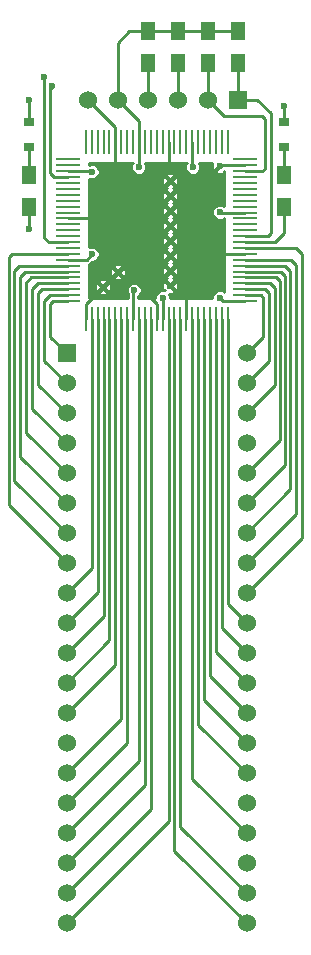
<source format=gbr>
G04 #@! TF.FileFunction,Copper,L1,Top,Signal*
%FSLAX46Y46*%
G04 Gerber Fmt 4.6, Leading zero omitted, Abs format (unit mm)*
G04 Created by KiCad (PCBNEW 4.0.7) date 03/16/20 13:41:23*
%MOMM*%
%LPD*%
G01*
G04 APERTURE LIST*
%ADD10C,0.100000*%
%ADD11R,0.900000X0.800000*%
%ADD12C,1.524000*%
%ADD13R,1.524000X1.524000*%
%ADD14R,1.300000X1.500000*%
%ADD15C,0.600000*%
%ADD16R,2.032000X0.203200*%
%ADD17R,0.203200X2.032000*%
%ADD18C,0.250000*%
%ADD19C,0.254000*%
G04 APERTURE END LIST*
D10*
D11*
X113157000Y-62196000D03*
X113157000Y-64296000D03*
X134747000Y-62196000D03*
X134747000Y-64296000D03*
D12*
X116332000Y-127508000D03*
X116332000Y-130048000D03*
X131572000Y-130048000D03*
X131572000Y-127508000D03*
X131572000Y-112268000D03*
X131572000Y-114808000D03*
X131572000Y-117348000D03*
X131572000Y-119888000D03*
X131572000Y-122428000D03*
X131572000Y-124968000D03*
X116332000Y-124968000D03*
X116332000Y-122428000D03*
X116332000Y-119888000D03*
X116332000Y-117348000D03*
X116332000Y-114808000D03*
X116332000Y-112268000D03*
D13*
X116332000Y-81788000D03*
D12*
X116332000Y-84328000D03*
X116332000Y-86868000D03*
X116332000Y-89408000D03*
X116332000Y-91948000D03*
X116332000Y-94488000D03*
X116332000Y-97028000D03*
X116332000Y-99568000D03*
X116332000Y-102108000D03*
X116332000Y-104648000D03*
X116332000Y-107188000D03*
X116332000Y-109728000D03*
X131572000Y-109728000D03*
X131572000Y-107188000D03*
X131572000Y-104648000D03*
X131572000Y-102108000D03*
X131572000Y-99568000D03*
X131572000Y-97028000D03*
X131572000Y-94488000D03*
X131572000Y-91948000D03*
X131572000Y-89408000D03*
X131572000Y-86868000D03*
X131572000Y-84328000D03*
X131572000Y-81788000D03*
X123190000Y-60325000D03*
X125730000Y-60325000D03*
D13*
X130810000Y-60325000D03*
D12*
X128270000Y-60325000D03*
X120650000Y-60325000D03*
X118110000Y-60325000D03*
D14*
X130810000Y-54530000D03*
X130810000Y-57230000D03*
X128270000Y-54530000D03*
X128270000Y-57230000D03*
X125730000Y-54530000D03*
X125730000Y-57230000D03*
X123190000Y-54530000D03*
X123190000Y-57230000D03*
X113157000Y-69422000D03*
X113157000Y-66722000D03*
X134747000Y-69422000D03*
X134747000Y-66722000D03*
D15*
X120650000Y-74930000D03*
X119380000Y-76200000D03*
X125095000Y-76073000D03*
X125095000Y-74803000D03*
X125095000Y-73533000D03*
X125095000Y-72263000D03*
X125095000Y-70993000D03*
X125095000Y-69723000D03*
X125095000Y-68453000D03*
X125095000Y-67183000D03*
X127000000Y-66040000D03*
X122047000Y-76454000D03*
X124460000Y-77089000D03*
X114427000Y-58420000D03*
X113157000Y-71247000D03*
X118491000Y-73406000D03*
X118491000Y-66421000D03*
X115062000Y-59182000D03*
X122428000Y-66040000D03*
X129286000Y-69850000D03*
X129286000Y-77089000D03*
X113157000Y-60325000D03*
X129286000Y-65913000D03*
X134747000Y-60833000D03*
D16*
X116452000Y-77374000D03*
X116452000Y-76874000D03*
X116452000Y-75874000D03*
X116452000Y-76374000D03*
X116452000Y-74374000D03*
X116452000Y-73874000D03*
X116452000Y-74874000D03*
X116452000Y-75374000D03*
X116452000Y-71874000D03*
X116452000Y-69874000D03*
X116452000Y-69374000D03*
X116452000Y-70374000D03*
X116452000Y-72374000D03*
X116452000Y-71374000D03*
X116452000Y-72874000D03*
X116452000Y-73374000D03*
X116452000Y-65374000D03*
X116452000Y-67374000D03*
X116452000Y-66874000D03*
X116452000Y-65874000D03*
X116452000Y-66374000D03*
X116452000Y-67874000D03*
X116452000Y-70874000D03*
X116452000Y-68374000D03*
X116452000Y-68874000D03*
X131452000Y-68874000D03*
X131452000Y-68374000D03*
X131452000Y-70874000D03*
X131452000Y-67874000D03*
X131452000Y-66374000D03*
X131452000Y-65874000D03*
X131452000Y-66874000D03*
X131452000Y-67374000D03*
X131452000Y-65374000D03*
X131452000Y-73374000D03*
X131452000Y-72874000D03*
X131452000Y-71374000D03*
X131452000Y-72374000D03*
X131452000Y-70374000D03*
X131452000Y-69374000D03*
X131452000Y-69874000D03*
X131452000Y-71874000D03*
X131452000Y-75374000D03*
X131452000Y-74874000D03*
X131452000Y-73874000D03*
X131452000Y-74374000D03*
X131452000Y-76374000D03*
X131452000Y-75874000D03*
X131452000Y-76874000D03*
X131452000Y-77374000D03*
D17*
X117952000Y-78874000D03*
X118452000Y-78874000D03*
X119452000Y-78874000D03*
X118952000Y-78874000D03*
X120952000Y-78874000D03*
X121452000Y-78874000D03*
X120452000Y-78874000D03*
X119952000Y-78874000D03*
X123952000Y-78874000D03*
X124452000Y-78874000D03*
X125452000Y-78874000D03*
X124952000Y-78874000D03*
X122952000Y-78874000D03*
X123452000Y-78874000D03*
X122452000Y-78874000D03*
X121952000Y-78874000D03*
X129952000Y-78874000D03*
X127952000Y-78874000D03*
X128452000Y-78874000D03*
X129452000Y-78874000D03*
X128952000Y-78874000D03*
X126952000Y-78874000D03*
X127452000Y-78874000D03*
X126452000Y-78874000D03*
X125952000Y-78874000D03*
X125952000Y-63874000D03*
X126452000Y-63874000D03*
X127452000Y-63874000D03*
X126952000Y-63874000D03*
X128952000Y-63874000D03*
X129452000Y-63874000D03*
X128452000Y-63874000D03*
X127952000Y-63874000D03*
X129952000Y-63874000D03*
X121952000Y-63874000D03*
X122452000Y-63874000D03*
X123452000Y-63874000D03*
X122952000Y-63874000D03*
X124952000Y-63874000D03*
X125452000Y-63874000D03*
X124452000Y-63874000D03*
X123952000Y-63874000D03*
X119952000Y-63874000D03*
X120452000Y-63874000D03*
X121452000Y-63874000D03*
X120952000Y-63874000D03*
X118952000Y-63874000D03*
X119452000Y-63874000D03*
X118452000Y-63874000D03*
X117952000Y-63874000D03*
D18*
X120650000Y-60325000D02*
X120650000Y-55499000D01*
X121619000Y-54530000D02*
X123190000Y-54530000D01*
X120650000Y-55499000D02*
X121619000Y-54530000D01*
X125730000Y-54530000D02*
X123190000Y-54530000D01*
X125730000Y-54530000D02*
X128270000Y-54530000D01*
X128270000Y-54530000D02*
X130810000Y-54530000D01*
X129571000Y-77374000D02*
X129286000Y-77089000D01*
X131452000Y-69874000D02*
X129310000Y-69874000D01*
X129310000Y-69874000D02*
X129286000Y-69850000D01*
X122452000Y-63874000D02*
X122452000Y-66016000D01*
X122452000Y-66016000D02*
X122428000Y-66040000D01*
X122452000Y-63874000D02*
X122452000Y-62127000D01*
X122452000Y-62127000D02*
X120650000Y-60325000D01*
X118444000Y-66374000D02*
X118491000Y-66421000D01*
X118023000Y-73874000D02*
X118491000Y-73406000D01*
X113157000Y-69422000D02*
X113157000Y-71247000D01*
X124452000Y-78874000D02*
X124452000Y-77097000D01*
X124452000Y-77097000D02*
X124460000Y-77089000D01*
X121952000Y-78874000D02*
X121952000Y-76549000D01*
X121952000Y-76549000D02*
X122047000Y-76454000D01*
X126952000Y-63874000D02*
X126952000Y-65992000D01*
X126952000Y-65992000D02*
X127000000Y-66040000D01*
X116452000Y-73874000D02*
X118023000Y-73874000D01*
X131452000Y-77374000D02*
X129571000Y-77374000D01*
X116452000Y-66374000D02*
X118444000Y-66374000D01*
X124952000Y-63874000D02*
X124952000Y-65770000D01*
X124952000Y-65770000D02*
X124968000Y-65786000D01*
X123952000Y-78874000D02*
X123952000Y-77597000D01*
X123952000Y-77597000D02*
X123317000Y-76962000D01*
X117952000Y-78874000D02*
X117952000Y-77628000D01*
X117952000Y-77628000D02*
X118745000Y-76835000D01*
X126452000Y-78874000D02*
X126452000Y-76922000D01*
X126452000Y-76922000D02*
X126365000Y-76835000D01*
X134747000Y-62196000D02*
X134747000Y-60833000D01*
X131452000Y-65874000D02*
X129325000Y-65874000D01*
X129325000Y-65874000D02*
X129286000Y-65913000D01*
X113157000Y-62196000D02*
X113157000Y-60325000D01*
X120452000Y-63874000D02*
X120452000Y-62667000D01*
X120452000Y-62667000D02*
X118110000Y-60325000D01*
X120452000Y-63874000D02*
X120452000Y-65842000D01*
X120452000Y-65842000D02*
X120650000Y-66040000D01*
X131452000Y-73374000D02*
X129254000Y-73374000D01*
X129254000Y-73374000D02*
X128905000Y-73025000D01*
X116452000Y-70374000D02*
X118634000Y-70374000D01*
X118634000Y-70374000D02*
X118745000Y-70485000D01*
X113157000Y-66722000D02*
X113157000Y-64296000D01*
X134747000Y-64296000D02*
X134747000Y-66722000D01*
X119452000Y-78874000D02*
X119452000Y-104068000D01*
X119452000Y-104068000D02*
X116332000Y-107188000D01*
X120952000Y-78874000D02*
X120952000Y-112728000D01*
X120952000Y-112728000D02*
X116332000Y-117348000D01*
X120452000Y-78874000D02*
X120452000Y-108148000D01*
X120452000Y-108148000D02*
X116332000Y-112268000D01*
X119952000Y-78874000D02*
X119952000Y-106108000D01*
X119952000Y-106108000D02*
X116332000Y-109728000D01*
X121452000Y-78874000D02*
X121452000Y-114768000D01*
X121452000Y-114768000D02*
X116332000Y-119888000D01*
X122452000Y-78874000D02*
X122452000Y-116308000D01*
X122452000Y-116308000D02*
X116332000Y-122428000D01*
X122952000Y-78874000D02*
X122952000Y-118348000D01*
X122952000Y-118348000D02*
X116332000Y-124968000D01*
X123452000Y-78874000D02*
X123452000Y-120388000D01*
X123452000Y-120388000D02*
X116332000Y-127508000D01*
X124952000Y-78874000D02*
X124952000Y-121428000D01*
X124952000Y-121428000D02*
X116332000Y-130048000D01*
X118952000Y-78874000D02*
X118952000Y-102028000D01*
X118952000Y-102028000D02*
X116332000Y-104648000D01*
X118452000Y-78874000D02*
X118452000Y-99988000D01*
X118452000Y-99988000D02*
X116332000Y-102108000D01*
X111436998Y-94672998D02*
X116332000Y-99568000D01*
X111436998Y-73602002D02*
X111436998Y-94672998D01*
X111665000Y-73374000D02*
X111436998Y-73602002D01*
X116452000Y-73374000D02*
X111665000Y-73374000D01*
X116452000Y-74374000D02*
X112316000Y-74374000D01*
X112316000Y-74374000D02*
X111887000Y-74803000D01*
X111887000Y-74803000D02*
X111887000Y-92583000D01*
X111887000Y-92583000D02*
X116332000Y-97028000D01*
X116452000Y-74874000D02*
X112832000Y-74874000D01*
X112832000Y-74874000D02*
X112395000Y-75311000D01*
X112395000Y-75311000D02*
X112395000Y-90551000D01*
X112395000Y-90551000D02*
X116332000Y-94488000D01*
X114427000Y-82423000D02*
X116332000Y-84328000D01*
X114427000Y-77343000D02*
X114427000Y-82423000D01*
X114896000Y-76874000D02*
X114427000Y-77343000D01*
X116452000Y-76874000D02*
X114896000Y-76874000D01*
X113919000Y-84455000D02*
X116332000Y-86868000D01*
X113919000Y-76708000D02*
X113919000Y-84455000D01*
X114253000Y-76374000D02*
X113919000Y-76708000D01*
X116452000Y-76374000D02*
X114253000Y-76374000D01*
X113411000Y-86487000D02*
X116332000Y-89408000D01*
X113411000Y-76327000D02*
X113411000Y-86487000D01*
X113864000Y-75874000D02*
X113411000Y-76327000D01*
X116452000Y-75874000D02*
X113864000Y-75874000D01*
X116452000Y-75374000D02*
X113348000Y-75374000D01*
X113348000Y-75374000D02*
X112903000Y-75819000D01*
X112903000Y-75819000D02*
X112903000Y-88519000D01*
X112903000Y-88519000D02*
X116332000Y-91948000D01*
X116452000Y-77374000D02*
X115158000Y-77374000D01*
X115158000Y-77374000D02*
X114935000Y-77597000D01*
X114935000Y-77597000D02*
X114935000Y-80391000D01*
X114935000Y-80391000D02*
X116332000Y-81788000D01*
X129452000Y-78874000D02*
X129452000Y-105068000D01*
X129452000Y-105068000D02*
X131572000Y-107188000D01*
X127452000Y-78874000D02*
X127452000Y-113228000D01*
X127452000Y-113228000D02*
X131572000Y-117348000D01*
X127952000Y-78874000D02*
X127952000Y-111188000D01*
X127952000Y-111188000D02*
X131572000Y-114808000D01*
X128452000Y-78874000D02*
X128452000Y-109148000D01*
X128452000Y-109148000D02*
X131572000Y-112268000D01*
X128952000Y-78874000D02*
X128952000Y-107108000D01*
X128952000Y-107108000D02*
X131572000Y-109728000D01*
X126952000Y-78874000D02*
X126952000Y-117808000D01*
X126952000Y-117808000D02*
X131572000Y-122428000D01*
X125952000Y-78874000D02*
X125952000Y-121888000D01*
X125952000Y-121888000D02*
X131572000Y-127508000D01*
X125452000Y-78874000D02*
X125452000Y-123928000D01*
X125452000Y-123928000D02*
X131572000Y-130048000D01*
X129952000Y-78874000D02*
X129952000Y-103028000D01*
X129952000Y-103028000D02*
X131572000Y-104648000D01*
X136271000Y-97409000D02*
X131572000Y-102108000D01*
X136271000Y-73406000D02*
X136271000Y-97409000D01*
X135739000Y-72874000D02*
X136271000Y-73406000D01*
X131452000Y-72874000D02*
X135739000Y-72874000D01*
X131452000Y-73874000D02*
X135342000Y-73874000D01*
X135342000Y-73874000D02*
X135763000Y-74295000D01*
X135763000Y-74295000D02*
X135763000Y-95377000D01*
X135763000Y-95377000D02*
X131572000Y-99568000D01*
X131452000Y-74374000D02*
X134826000Y-74374000D01*
X134826000Y-74374000D02*
X135277008Y-74825008D01*
X135277008Y-74825008D02*
X135277008Y-93322992D01*
X135277008Y-93322992D02*
X131572000Y-97028000D01*
X131452000Y-74874000D02*
X134437000Y-74874000D01*
X134437000Y-74874000D02*
X134827006Y-75264006D01*
X134827006Y-75264006D02*
X134827006Y-91232994D01*
X134827006Y-91232994D02*
X131572000Y-94488000D01*
X133477000Y-82423000D02*
X131572000Y-84328000D01*
X133477000Y-76708000D02*
X133477000Y-82423000D01*
X133143000Y-76374000D02*
X133477000Y-76708000D01*
X131452000Y-76374000D02*
X133143000Y-76374000D01*
X133927002Y-84512998D02*
X131572000Y-86868000D01*
X133927002Y-76269002D02*
X133927002Y-84512998D01*
X133532000Y-75874000D02*
X133927002Y-76269002D01*
X131452000Y-75874000D02*
X133532000Y-75874000D01*
X131452000Y-75374000D02*
X134048000Y-75374000D01*
X134048000Y-75374000D02*
X134377004Y-75703004D01*
X134377004Y-75703004D02*
X134377004Y-89142996D01*
X134377004Y-89142996D02*
X131572000Y-91948000D01*
X131452000Y-76874000D02*
X132754000Y-76874000D01*
X132754000Y-76874000D02*
X132969000Y-77089000D01*
X132969000Y-77089000D02*
X132969000Y-80391000D01*
X132969000Y-80391000D02*
X131572000Y-81788000D01*
X115261000Y-66874000D02*
X116452000Y-66874000D01*
X114877002Y-66490002D02*
X115261000Y-66874000D01*
X114877002Y-59436000D02*
X114877002Y-66490002D01*
X123190000Y-57230000D02*
X123190000Y-60325000D01*
X115062000Y-59182000D02*
X115062000Y-59251002D01*
X115062000Y-59251002D02*
X114877002Y-59436000D01*
X125730000Y-60325000D02*
X125730000Y-57230000D01*
X114427000Y-58420000D02*
X114427000Y-72009000D01*
X114427000Y-72009000D02*
X114792000Y-72374000D01*
X114792000Y-72374000D02*
X116452000Y-72374000D01*
X130810000Y-57230000D02*
X130810000Y-60325000D01*
X130810000Y-60325000D02*
X132461000Y-60325000D01*
X132461000Y-60325000D02*
X133604000Y-61468000D01*
X133604000Y-61468000D02*
X133604000Y-71628000D01*
X133358000Y-71874000D02*
X131452000Y-71874000D01*
X133604000Y-71628000D02*
X133358000Y-71874000D01*
X132889000Y-66374000D02*
X131452000Y-66374000D01*
X133096000Y-66167000D02*
X132889000Y-66374000D01*
X133096000Y-61976000D02*
X133096000Y-66167000D01*
X132842000Y-61722000D02*
X133096000Y-61976000D01*
X129667000Y-61722000D02*
X132842000Y-61722000D01*
X128270000Y-57230000D02*
X128270000Y-60325000D01*
X128270000Y-60325000D02*
X129667000Y-61722000D01*
X131452000Y-72374000D02*
X134001000Y-72374000D01*
X134001000Y-72374000D02*
X134747000Y-71628000D01*
X134747000Y-71628000D02*
X134747000Y-69422000D01*
D19*
G36*
X121896765Y-65684369D02*
X121801109Y-65914735D01*
X121800891Y-66164171D01*
X121896145Y-66394703D01*
X122072369Y-66571235D01*
X122302735Y-66666891D01*
X122552171Y-66667109D01*
X122782703Y-66571855D01*
X122959235Y-66395631D01*
X123054891Y-66165265D01*
X123055109Y-65915829D01*
X122959855Y-65685297D01*
X122933604Y-65659000D01*
X126494178Y-65659000D01*
X126468765Y-65684369D01*
X126373109Y-65914735D01*
X126372891Y-66164171D01*
X126468145Y-66394703D01*
X126644369Y-66571235D01*
X126874735Y-66666891D01*
X127124171Y-66667109D01*
X127354703Y-66571855D01*
X127531235Y-66395631D01*
X127626891Y-66165265D01*
X127627109Y-65915829D01*
X127531855Y-65685297D01*
X127505604Y-65659000D01*
X128653509Y-65659000D01*
X128598848Y-65813334D01*
X128613014Y-66083882D01*
X128689295Y-66268041D01*
X128819863Y-66289334D01*
X129196197Y-65913000D01*
X129182055Y-65898858D01*
X129271858Y-65809055D01*
X129286000Y-65823197D01*
X129300142Y-65809055D01*
X129389945Y-65898858D01*
X129375803Y-65913000D01*
X129389945Y-65927142D01*
X129300142Y-66016945D01*
X129286000Y-66002803D01*
X128909666Y-66379137D01*
X128930959Y-66509705D01*
X129186334Y-66600152D01*
X129456882Y-66585986D01*
X129641041Y-66509705D01*
X129662334Y-66379139D01*
X129667000Y-66383805D01*
X129667000Y-69344178D01*
X129641631Y-69318765D01*
X129411265Y-69223109D01*
X129161829Y-69222891D01*
X128931297Y-69318145D01*
X128754765Y-69494369D01*
X128659109Y-69724735D01*
X128658891Y-69974171D01*
X128754145Y-70204703D01*
X128930369Y-70381235D01*
X129160735Y-70476891D01*
X129410171Y-70477109D01*
X129640703Y-70381855D01*
X129667000Y-70355604D01*
X129667000Y-76583178D01*
X129641631Y-76557765D01*
X129411265Y-76462109D01*
X129161829Y-76461891D01*
X128931297Y-76557145D01*
X128754765Y-76733369D01*
X128659109Y-76963735D01*
X128659000Y-77089000D01*
X125087000Y-77089000D01*
X125087109Y-76964829D01*
X125002386Y-76759783D01*
X125265882Y-76745986D01*
X125450041Y-76669705D01*
X125471334Y-76539137D01*
X125095000Y-76162803D01*
X125080858Y-76176945D01*
X124991055Y-76087142D01*
X125005197Y-76073000D01*
X125184803Y-76073000D01*
X125561137Y-76449334D01*
X125691705Y-76428041D01*
X125782152Y-76172666D01*
X125767986Y-75902118D01*
X125691705Y-75717959D01*
X125561137Y-75696666D01*
X125184803Y-76073000D01*
X125005197Y-76073000D01*
X124628863Y-75696666D01*
X124498295Y-75717959D01*
X124407848Y-75973334D01*
X124422014Y-76243882D01*
X124498295Y-76428041D01*
X124628861Y-76449334D01*
X124607043Y-76471152D01*
X124585265Y-76462109D01*
X124335829Y-76461891D01*
X124105297Y-76557145D01*
X123928765Y-76733369D01*
X123833109Y-76963735D01*
X123833000Y-77089000D01*
X122404000Y-77089000D01*
X122404000Y-76983562D01*
X122578235Y-76809631D01*
X122673891Y-76579265D01*
X122674109Y-76329829D01*
X122578855Y-76099297D01*
X122402631Y-75922765D01*
X122172265Y-75827109D01*
X121922829Y-75826891D01*
X121692297Y-75922145D01*
X121515765Y-76098369D01*
X121420109Y-76328735D01*
X121419891Y-76578171D01*
X121500000Y-76772049D01*
X121500000Y-77089000D01*
X118237000Y-77089000D01*
X118237000Y-76666137D01*
X119003666Y-76666137D01*
X119024959Y-76796705D01*
X119280334Y-76887152D01*
X119550882Y-76872986D01*
X119735041Y-76796705D01*
X119756334Y-76666137D01*
X119380000Y-76289803D01*
X119003666Y-76666137D01*
X118237000Y-76666137D01*
X118237000Y-76100334D01*
X118692848Y-76100334D01*
X118707014Y-76370882D01*
X118783295Y-76555041D01*
X118913863Y-76576334D01*
X119290197Y-76200000D01*
X119469803Y-76200000D01*
X119846137Y-76576334D01*
X119976705Y-76555041D01*
X120067152Y-76299666D01*
X120052986Y-76029118D01*
X119976705Y-75844959D01*
X119846137Y-75823666D01*
X119469803Y-76200000D01*
X119290197Y-76200000D01*
X118913863Y-75823666D01*
X118783295Y-75844959D01*
X118692848Y-76100334D01*
X118237000Y-76100334D01*
X118237000Y-75733863D01*
X119003666Y-75733863D01*
X119380000Y-76110197D01*
X119756334Y-75733863D01*
X119735041Y-75603295D01*
X119479666Y-75512848D01*
X119209118Y-75527014D01*
X119024959Y-75603295D01*
X119003666Y-75733863D01*
X118237000Y-75733863D01*
X118237000Y-75396137D01*
X120273666Y-75396137D01*
X120294959Y-75526705D01*
X120550334Y-75617152D01*
X120820882Y-75602986D01*
X121005041Y-75526705D01*
X121026334Y-75396137D01*
X120650000Y-75019803D01*
X120273666Y-75396137D01*
X118237000Y-75396137D01*
X118237000Y-74830334D01*
X119962848Y-74830334D01*
X119977014Y-75100882D01*
X120053295Y-75285041D01*
X120183863Y-75306334D01*
X120560197Y-74930000D01*
X120739803Y-74930000D01*
X121116137Y-75306334D01*
X121246705Y-75285041D01*
X121252337Y-75269137D01*
X124718666Y-75269137D01*
X124739959Y-75399705D01*
X124839635Y-75435008D01*
X124739959Y-75476295D01*
X124718666Y-75606863D01*
X125095000Y-75983197D01*
X125471334Y-75606863D01*
X125450041Y-75476295D01*
X125350365Y-75440992D01*
X125450041Y-75399705D01*
X125471334Y-75269137D01*
X125095000Y-74892803D01*
X124718666Y-75269137D01*
X121252337Y-75269137D01*
X121337152Y-75029666D01*
X121322986Y-74759118D01*
X121299880Y-74703334D01*
X124407848Y-74703334D01*
X124422014Y-74973882D01*
X124498295Y-75158041D01*
X124628863Y-75179334D01*
X125005197Y-74803000D01*
X125184803Y-74803000D01*
X125561137Y-75179334D01*
X125691705Y-75158041D01*
X125782152Y-74902666D01*
X125767986Y-74632118D01*
X125691705Y-74447959D01*
X125561137Y-74426666D01*
X125184803Y-74803000D01*
X125005197Y-74803000D01*
X124628863Y-74426666D01*
X124498295Y-74447959D01*
X124407848Y-74703334D01*
X121299880Y-74703334D01*
X121246705Y-74574959D01*
X121116137Y-74553666D01*
X120739803Y-74930000D01*
X120560197Y-74930000D01*
X120183863Y-74553666D01*
X120053295Y-74574959D01*
X119962848Y-74830334D01*
X118237000Y-74830334D01*
X118237000Y-74463863D01*
X120273666Y-74463863D01*
X120650000Y-74840197D01*
X121026334Y-74463863D01*
X121005041Y-74333295D01*
X120749666Y-74242848D01*
X120479118Y-74257014D01*
X120294959Y-74333295D01*
X120273666Y-74463863D01*
X118237000Y-74463863D01*
X118237000Y-74264180D01*
X118342612Y-74193612D01*
X118503213Y-74033011D01*
X118615171Y-74033109D01*
X118697389Y-73999137D01*
X124718666Y-73999137D01*
X124739959Y-74129705D01*
X124839635Y-74165008D01*
X124739959Y-74206295D01*
X124718666Y-74336863D01*
X125095000Y-74713197D01*
X125471334Y-74336863D01*
X125450041Y-74206295D01*
X125350365Y-74170992D01*
X125450041Y-74129705D01*
X125471334Y-73999137D01*
X125095000Y-73622803D01*
X124718666Y-73999137D01*
X118697389Y-73999137D01*
X118845703Y-73937855D01*
X119022235Y-73761631D01*
X119117891Y-73531265D01*
X119117976Y-73433334D01*
X124407848Y-73433334D01*
X124422014Y-73703882D01*
X124498295Y-73888041D01*
X124628863Y-73909334D01*
X125005197Y-73533000D01*
X125184803Y-73533000D01*
X125561137Y-73909334D01*
X125691705Y-73888041D01*
X125782152Y-73632666D01*
X125767986Y-73362118D01*
X125691705Y-73177959D01*
X125561137Y-73156666D01*
X125184803Y-73533000D01*
X125005197Y-73533000D01*
X124628863Y-73156666D01*
X124498295Y-73177959D01*
X124407848Y-73433334D01*
X119117976Y-73433334D01*
X119118109Y-73281829D01*
X119022855Y-73051297D01*
X118846631Y-72874765D01*
X118616265Y-72779109D01*
X118366829Y-72778891D01*
X118237000Y-72832535D01*
X118237000Y-72729137D01*
X124718666Y-72729137D01*
X124739959Y-72859705D01*
X124839635Y-72895008D01*
X124739959Y-72936295D01*
X124718666Y-73066863D01*
X125095000Y-73443197D01*
X125471334Y-73066863D01*
X125450041Y-72936295D01*
X125350365Y-72900992D01*
X125450041Y-72859705D01*
X125471334Y-72729137D01*
X125095000Y-72352803D01*
X124718666Y-72729137D01*
X118237000Y-72729137D01*
X118237000Y-72163334D01*
X124407848Y-72163334D01*
X124422014Y-72433882D01*
X124498295Y-72618041D01*
X124628863Y-72639334D01*
X125005197Y-72263000D01*
X125184803Y-72263000D01*
X125561137Y-72639334D01*
X125691705Y-72618041D01*
X125782152Y-72362666D01*
X125767986Y-72092118D01*
X125691705Y-71907959D01*
X125561137Y-71886666D01*
X125184803Y-72263000D01*
X125005197Y-72263000D01*
X124628863Y-71886666D01*
X124498295Y-71907959D01*
X124407848Y-72163334D01*
X118237000Y-72163334D01*
X118237000Y-71459137D01*
X124718666Y-71459137D01*
X124739959Y-71589705D01*
X124839635Y-71625008D01*
X124739959Y-71666295D01*
X124718666Y-71796863D01*
X125095000Y-72173197D01*
X125471334Y-71796863D01*
X125450041Y-71666295D01*
X125350365Y-71630992D01*
X125450041Y-71589705D01*
X125471334Y-71459137D01*
X125095000Y-71082803D01*
X124718666Y-71459137D01*
X118237000Y-71459137D01*
X118237000Y-70893334D01*
X124407848Y-70893334D01*
X124422014Y-71163882D01*
X124498295Y-71348041D01*
X124628863Y-71369334D01*
X125005197Y-70993000D01*
X125184803Y-70993000D01*
X125561137Y-71369334D01*
X125691705Y-71348041D01*
X125782152Y-71092666D01*
X125767986Y-70822118D01*
X125691705Y-70637959D01*
X125561137Y-70616666D01*
X125184803Y-70993000D01*
X125005197Y-70993000D01*
X124628863Y-70616666D01*
X124498295Y-70637959D01*
X124407848Y-70893334D01*
X118237000Y-70893334D01*
X118237000Y-70189137D01*
X124718666Y-70189137D01*
X124739959Y-70319705D01*
X124839635Y-70355008D01*
X124739959Y-70396295D01*
X124718666Y-70526863D01*
X125095000Y-70903197D01*
X125471334Y-70526863D01*
X125450041Y-70396295D01*
X125350365Y-70360992D01*
X125450041Y-70319705D01*
X125471334Y-70189137D01*
X125095000Y-69812803D01*
X124718666Y-70189137D01*
X118237000Y-70189137D01*
X118237000Y-69623334D01*
X124407848Y-69623334D01*
X124422014Y-69893882D01*
X124498295Y-70078041D01*
X124628863Y-70099334D01*
X125005197Y-69723000D01*
X125184803Y-69723000D01*
X125561137Y-70099334D01*
X125691705Y-70078041D01*
X125782152Y-69822666D01*
X125767986Y-69552118D01*
X125691705Y-69367959D01*
X125561137Y-69346666D01*
X125184803Y-69723000D01*
X125005197Y-69723000D01*
X124628863Y-69346666D01*
X124498295Y-69367959D01*
X124407848Y-69623334D01*
X118237000Y-69623334D01*
X118237000Y-68919137D01*
X124718666Y-68919137D01*
X124739959Y-69049705D01*
X124839635Y-69085008D01*
X124739959Y-69126295D01*
X124718666Y-69256863D01*
X125095000Y-69633197D01*
X125471334Y-69256863D01*
X125450041Y-69126295D01*
X125350365Y-69090992D01*
X125450041Y-69049705D01*
X125471334Y-68919137D01*
X125095000Y-68542803D01*
X124718666Y-68919137D01*
X118237000Y-68919137D01*
X118237000Y-68353334D01*
X124407848Y-68353334D01*
X124422014Y-68623882D01*
X124498295Y-68808041D01*
X124628863Y-68829334D01*
X125005197Y-68453000D01*
X125184803Y-68453000D01*
X125561137Y-68829334D01*
X125691705Y-68808041D01*
X125782152Y-68552666D01*
X125767986Y-68282118D01*
X125691705Y-68097959D01*
X125561137Y-68076666D01*
X125184803Y-68453000D01*
X125005197Y-68453000D01*
X124628863Y-68076666D01*
X124498295Y-68097959D01*
X124407848Y-68353334D01*
X118237000Y-68353334D01*
X118237000Y-67649137D01*
X124718666Y-67649137D01*
X124739959Y-67779705D01*
X124839635Y-67815008D01*
X124739959Y-67856295D01*
X124718666Y-67986863D01*
X125095000Y-68363197D01*
X125471334Y-67986863D01*
X125450041Y-67856295D01*
X125350365Y-67820992D01*
X125450041Y-67779705D01*
X125471334Y-67649137D01*
X125095000Y-67272803D01*
X124718666Y-67649137D01*
X118237000Y-67649137D01*
X118237000Y-67083334D01*
X124407848Y-67083334D01*
X124422014Y-67353882D01*
X124498295Y-67538041D01*
X124628863Y-67559334D01*
X125005197Y-67183000D01*
X125184803Y-67183000D01*
X125561137Y-67559334D01*
X125691705Y-67538041D01*
X125782152Y-67282666D01*
X125767986Y-67012118D01*
X125691705Y-66827959D01*
X125561137Y-66806666D01*
X125184803Y-67183000D01*
X125005197Y-67183000D01*
X124628863Y-66806666D01*
X124498295Y-66827959D01*
X124407848Y-67083334D01*
X118237000Y-67083334D01*
X118237000Y-66994436D01*
X118365735Y-67047891D01*
X118615171Y-67048109D01*
X118845703Y-66952855D01*
X119022235Y-66776631D01*
X119047052Y-66716863D01*
X124718666Y-66716863D01*
X125095000Y-67093197D01*
X125471334Y-66716863D01*
X125450041Y-66586295D01*
X125194666Y-66495848D01*
X124924118Y-66510014D01*
X124739959Y-66586295D01*
X124718666Y-66716863D01*
X119047052Y-66716863D01*
X119117891Y-66546265D01*
X119118109Y-66296829D01*
X119022855Y-66066297D01*
X118846631Y-65889765D01*
X118616265Y-65794109D01*
X118366829Y-65793891D01*
X118237000Y-65847535D01*
X118237000Y-65659000D01*
X121922178Y-65659000D01*
X121896765Y-65684369D01*
X121896765Y-65684369D01*
G37*
X121896765Y-65684369D02*
X121801109Y-65914735D01*
X121800891Y-66164171D01*
X121896145Y-66394703D01*
X122072369Y-66571235D01*
X122302735Y-66666891D01*
X122552171Y-66667109D01*
X122782703Y-66571855D01*
X122959235Y-66395631D01*
X123054891Y-66165265D01*
X123055109Y-65915829D01*
X122959855Y-65685297D01*
X122933604Y-65659000D01*
X126494178Y-65659000D01*
X126468765Y-65684369D01*
X126373109Y-65914735D01*
X126372891Y-66164171D01*
X126468145Y-66394703D01*
X126644369Y-66571235D01*
X126874735Y-66666891D01*
X127124171Y-66667109D01*
X127354703Y-66571855D01*
X127531235Y-66395631D01*
X127626891Y-66165265D01*
X127627109Y-65915829D01*
X127531855Y-65685297D01*
X127505604Y-65659000D01*
X128653509Y-65659000D01*
X128598848Y-65813334D01*
X128613014Y-66083882D01*
X128689295Y-66268041D01*
X128819863Y-66289334D01*
X129196197Y-65913000D01*
X129182055Y-65898858D01*
X129271858Y-65809055D01*
X129286000Y-65823197D01*
X129300142Y-65809055D01*
X129389945Y-65898858D01*
X129375803Y-65913000D01*
X129389945Y-65927142D01*
X129300142Y-66016945D01*
X129286000Y-66002803D01*
X128909666Y-66379137D01*
X128930959Y-66509705D01*
X129186334Y-66600152D01*
X129456882Y-66585986D01*
X129641041Y-66509705D01*
X129662334Y-66379139D01*
X129667000Y-66383805D01*
X129667000Y-69344178D01*
X129641631Y-69318765D01*
X129411265Y-69223109D01*
X129161829Y-69222891D01*
X128931297Y-69318145D01*
X128754765Y-69494369D01*
X128659109Y-69724735D01*
X128658891Y-69974171D01*
X128754145Y-70204703D01*
X128930369Y-70381235D01*
X129160735Y-70476891D01*
X129410171Y-70477109D01*
X129640703Y-70381855D01*
X129667000Y-70355604D01*
X129667000Y-76583178D01*
X129641631Y-76557765D01*
X129411265Y-76462109D01*
X129161829Y-76461891D01*
X128931297Y-76557145D01*
X128754765Y-76733369D01*
X128659109Y-76963735D01*
X128659000Y-77089000D01*
X125087000Y-77089000D01*
X125087109Y-76964829D01*
X125002386Y-76759783D01*
X125265882Y-76745986D01*
X125450041Y-76669705D01*
X125471334Y-76539137D01*
X125095000Y-76162803D01*
X125080858Y-76176945D01*
X124991055Y-76087142D01*
X125005197Y-76073000D01*
X125184803Y-76073000D01*
X125561137Y-76449334D01*
X125691705Y-76428041D01*
X125782152Y-76172666D01*
X125767986Y-75902118D01*
X125691705Y-75717959D01*
X125561137Y-75696666D01*
X125184803Y-76073000D01*
X125005197Y-76073000D01*
X124628863Y-75696666D01*
X124498295Y-75717959D01*
X124407848Y-75973334D01*
X124422014Y-76243882D01*
X124498295Y-76428041D01*
X124628861Y-76449334D01*
X124607043Y-76471152D01*
X124585265Y-76462109D01*
X124335829Y-76461891D01*
X124105297Y-76557145D01*
X123928765Y-76733369D01*
X123833109Y-76963735D01*
X123833000Y-77089000D01*
X122404000Y-77089000D01*
X122404000Y-76983562D01*
X122578235Y-76809631D01*
X122673891Y-76579265D01*
X122674109Y-76329829D01*
X122578855Y-76099297D01*
X122402631Y-75922765D01*
X122172265Y-75827109D01*
X121922829Y-75826891D01*
X121692297Y-75922145D01*
X121515765Y-76098369D01*
X121420109Y-76328735D01*
X121419891Y-76578171D01*
X121500000Y-76772049D01*
X121500000Y-77089000D01*
X118237000Y-77089000D01*
X118237000Y-76666137D01*
X119003666Y-76666137D01*
X119024959Y-76796705D01*
X119280334Y-76887152D01*
X119550882Y-76872986D01*
X119735041Y-76796705D01*
X119756334Y-76666137D01*
X119380000Y-76289803D01*
X119003666Y-76666137D01*
X118237000Y-76666137D01*
X118237000Y-76100334D01*
X118692848Y-76100334D01*
X118707014Y-76370882D01*
X118783295Y-76555041D01*
X118913863Y-76576334D01*
X119290197Y-76200000D01*
X119469803Y-76200000D01*
X119846137Y-76576334D01*
X119976705Y-76555041D01*
X120067152Y-76299666D01*
X120052986Y-76029118D01*
X119976705Y-75844959D01*
X119846137Y-75823666D01*
X119469803Y-76200000D01*
X119290197Y-76200000D01*
X118913863Y-75823666D01*
X118783295Y-75844959D01*
X118692848Y-76100334D01*
X118237000Y-76100334D01*
X118237000Y-75733863D01*
X119003666Y-75733863D01*
X119380000Y-76110197D01*
X119756334Y-75733863D01*
X119735041Y-75603295D01*
X119479666Y-75512848D01*
X119209118Y-75527014D01*
X119024959Y-75603295D01*
X119003666Y-75733863D01*
X118237000Y-75733863D01*
X118237000Y-75396137D01*
X120273666Y-75396137D01*
X120294959Y-75526705D01*
X120550334Y-75617152D01*
X120820882Y-75602986D01*
X121005041Y-75526705D01*
X121026334Y-75396137D01*
X120650000Y-75019803D01*
X120273666Y-75396137D01*
X118237000Y-75396137D01*
X118237000Y-74830334D01*
X119962848Y-74830334D01*
X119977014Y-75100882D01*
X120053295Y-75285041D01*
X120183863Y-75306334D01*
X120560197Y-74930000D01*
X120739803Y-74930000D01*
X121116137Y-75306334D01*
X121246705Y-75285041D01*
X121252337Y-75269137D01*
X124718666Y-75269137D01*
X124739959Y-75399705D01*
X124839635Y-75435008D01*
X124739959Y-75476295D01*
X124718666Y-75606863D01*
X125095000Y-75983197D01*
X125471334Y-75606863D01*
X125450041Y-75476295D01*
X125350365Y-75440992D01*
X125450041Y-75399705D01*
X125471334Y-75269137D01*
X125095000Y-74892803D01*
X124718666Y-75269137D01*
X121252337Y-75269137D01*
X121337152Y-75029666D01*
X121322986Y-74759118D01*
X121299880Y-74703334D01*
X124407848Y-74703334D01*
X124422014Y-74973882D01*
X124498295Y-75158041D01*
X124628863Y-75179334D01*
X125005197Y-74803000D01*
X125184803Y-74803000D01*
X125561137Y-75179334D01*
X125691705Y-75158041D01*
X125782152Y-74902666D01*
X125767986Y-74632118D01*
X125691705Y-74447959D01*
X125561137Y-74426666D01*
X125184803Y-74803000D01*
X125005197Y-74803000D01*
X124628863Y-74426666D01*
X124498295Y-74447959D01*
X124407848Y-74703334D01*
X121299880Y-74703334D01*
X121246705Y-74574959D01*
X121116137Y-74553666D01*
X120739803Y-74930000D01*
X120560197Y-74930000D01*
X120183863Y-74553666D01*
X120053295Y-74574959D01*
X119962848Y-74830334D01*
X118237000Y-74830334D01*
X118237000Y-74463863D01*
X120273666Y-74463863D01*
X120650000Y-74840197D01*
X121026334Y-74463863D01*
X121005041Y-74333295D01*
X120749666Y-74242848D01*
X120479118Y-74257014D01*
X120294959Y-74333295D01*
X120273666Y-74463863D01*
X118237000Y-74463863D01*
X118237000Y-74264180D01*
X118342612Y-74193612D01*
X118503213Y-74033011D01*
X118615171Y-74033109D01*
X118697389Y-73999137D01*
X124718666Y-73999137D01*
X124739959Y-74129705D01*
X124839635Y-74165008D01*
X124739959Y-74206295D01*
X124718666Y-74336863D01*
X125095000Y-74713197D01*
X125471334Y-74336863D01*
X125450041Y-74206295D01*
X125350365Y-74170992D01*
X125450041Y-74129705D01*
X125471334Y-73999137D01*
X125095000Y-73622803D01*
X124718666Y-73999137D01*
X118697389Y-73999137D01*
X118845703Y-73937855D01*
X119022235Y-73761631D01*
X119117891Y-73531265D01*
X119117976Y-73433334D01*
X124407848Y-73433334D01*
X124422014Y-73703882D01*
X124498295Y-73888041D01*
X124628863Y-73909334D01*
X125005197Y-73533000D01*
X125184803Y-73533000D01*
X125561137Y-73909334D01*
X125691705Y-73888041D01*
X125782152Y-73632666D01*
X125767986Y-73362118D01*
X125691705Y-73177959D01*
X125561137Y-73156666D01*
X125184803Y-73533000D01*
X125005197Y-73533000D01*
X124628863Y-73156666D01*
X124498295Y-73177959D01*
X124407848Y-73433334D01*
X119117976Y-73433334D01*
X119118109Y-73281829D01*
X119022855Y-73051297D01*
X118846631Y-72874765D01*
X118616265Y-72779109D01*
X118366829Y-72778891D01*
X118237000Y-72832535D01*
X118237000Y-72729137D01*
X124718666Y-72729137D01*
X124739959Y-72859705D01*
X124839635Y-72895008D01*
X124739959Y-72936295D01*
X124718666Y-73066863D01*
X125095000Y-73443197D01*
X125471334Y-73066863D01*
X125450041Y-72936295D01*
X125350365Y-72900992D01*
X125450041Y-72859705D01*
X125471334Y-72729137D01*
X125095000Y-72352803D01*
X124718666Y-72729137D01*
X118237000Y-72729137D01*
X118237000Y-72163334D01*
X124407848Y-72163334D01*
X124422014Y-72433882D01*
X124498295Y-72618041D01*
X124628863Y-72639334D01*
X125005197Y-72263000D01*
X125184803Y-72263000D01*
X125561137Y-72639334D01*
X125691705Y-72618041D01*
X125782152Y-72362666D01*
X125767986Y-72092118D01*
X125691705Y-71907959D01*
X125561137Y-71886666D01*
X125184803Y-72263000D01*
X125005197Y-72263000D01*
X124628863Y-71886666D01*
X124498295Y-71907959D01*
X124407848Y-72163334D01*
X118237000Y-72163334D01*
X118237000Y-71459137D01*
X124718666Y-71459137D01*
X124739959Y-71589705D01*
X124839635Y-71625008D01*
X124739959Y-71666295D01*
X124718666Y-71796863D01*
X125095000Y-72173197D01*
X125471334Y-71796863D01*
X125450041Y-71666295D01*
X125350365Y-71630992D01*
X125450041Y-71589705D01*
X125471334Y-71459137D01*
X125095000Y-71082803D01*
X124718666Y-71459137D01*
X118237000Y-71459137D01*
X118237000Y-70893334D01*
X124407848Y-70893334D01*
X124422014Y-71163882D01*
X124498295Y-71348041D01*
X124628863Y-71369334D01*
X125005197Y-70993000D01*
X125184803Y-70993000D01*
X125561137Y-71369334D01*
X125691705Y-71348041D01*
X125782152Y-71092666D01*
X125767986Y-70822118D01*
X125691705Y-70637959D01*
X125561137Y-70616666D01*
X125184803Y-70993000D01*
X125005197Y-70993000D01*
X124628863Y-70616666D01*
X124498295Y-70637959D01*
X124407848Y-70893334D01*
X118237000Y-70893334D01*
X118237000Y-70189137D01*
X124718666Y-70189137D01*
X124739959Y-70319705D01*
X124839635Y-70355008D01*
X124739959Y-70396295D01*
X124718666Y-70526863D01*
X125095000Y-70903197D01*
X125471334Y-70526863D01*
X125450041Y-70396295D01*
X125350365Y-70360992D01*
X125450041Y-70319705D01*
X125471334Y-70189137D01*
X125095000Y-69812803D01*
X124718666Y-70189137D01*
X118237000Y-70189137D01*
X118237000Y-69623334D01*
X124407848Y-69623334D01*
X124422014Y-69893882D01*
X124498295Y-70078041D01*
X124628863Y-70099334D01*
X125005197Y-69723000D01*
X125184803Y-69723000D01*
X125561137Y-70099334D01*
X125691705Y-70078041D01*
X125782152Y-69822666D01*
X125767986Y-69552118D01*
X125691705Y-69367959D01*
X125561137Y-69346666D01*
X125184803Y-69723000D01*
X125005197Y-69723000D01*
X124628863Y-69346666D01*
X124498295Y-69367959D01*
X124407848Y-69623334D01*
X118237000Y-69623334D01*
X118237000Y-68919137D01*
X124718666Y-68919137D01*
X124739959Y-69049705D01*
X124839635Y-69085008D01*
X124739959Y-69126295D01*
X124718666Y-69256863D01*
X125095000Y-69633197D01*
X125471334Y-69256863D01*
X125450041Y-69126295D01*
X125350365Y-69090992D01*
X125450041Y-69049705D01*
X125471334Y-68919137D01*
X125095000Y-68542803D01*
X124718666Y-68919137D01*
X118237000Y-68919137D01*
X118237000Y-68353334D01*
X124407848Y-68353334D01*
X124422014Y-68623882D01*
X124498295Y-68808041D01*
X124628863Y-68829334D01*
X125005197Y-68453000D01*
X125184803Y-68453000D01*
X125561137Y-68829334D01*
X125691705Y-68808041D01*
X125782152Y-68552666D01*
X125767986Y-68282118D01*
X125691705Y-68097959D01*
X125561137Y-68076666D01*
X125184803Y-68453000D01*
X125005197Y-68453000D01*
X124628863Y-68076666D01*
X124498295Y-68097959D01*
X124407848Y-68353334D01*
X118237000Y-68353334D01*
X118237000Y-67649137D01*
X124718666Y-67649137D01*
X124739959Y-67779705D01*
X124839635Y-67815008D01*
X124739959Y-67856295D01*
X124718666Y-67986863D01*
X125095000Y-68363197D01*
X125471334Y-67986863D01*
X125450041Y-67856295D01*
X125350365Y-67820992D01*
X125450041Y-67779705D01*
X125471334Y-67649137D01*
X125095000Y-67272803D01*
X124718666Y-67649137D01*
X118237000Y-67649137D01*
X118237000Y-67083334D01*
X124407848Y-67083334D01*
X124422014Y-67353882D01*
X124498295Y-67538041D01*
X124628863Y-67559334D01*
X125005197Y-67183000D01*
X125184803Y-67183000D01*
X125561137Y-67559334D01*
X125691705Y-67538041D01*
X125782152Y-67282666D01*
X125767986Y-67012118D01*
X125691705Y-66827959D01*
X125561137Y-66806666D01*
X125184803Y-67183000D01*
X125005197Y-67183000D01*
X124628863Y-66806666D01*
X124498295Y-66827959D01*
X124407848Y-67083334D01*
X118237000Y-67083334D01*
X118237000Y-66994436D01*
X118365735Y-67047891D01*
X118615171Y-67048109D01*
X118845703Y-66952855D01*
X119022235Y-66776631D01*
X119047052Y-66716863D01*
X124718666Y-66716863D01*
X125095000Y-67093197D01*
X125471334Y-66716863D01*
X125450041Y-66586295D01*
X125194666Y-66495848D01*
X124924118Y-66510014D01*
X124739959Y-66586295D01*
X124718666Y-66716863D01*
X119047052Y-66716863D01*
X119117891Y-66546265D01*
X119118109Y-66296829D01*
X119022855Y-66066297D01*
X118846631Y-65889765D01*
X118616265Y-65794109D01*
X118366829Y-65793891D01*
X118237000Y-65847535D01*
X118237000Y-65659000D01*
X121922178Y-65659000D01*
X121896765Y-65684369D01*
M02*

</source>
